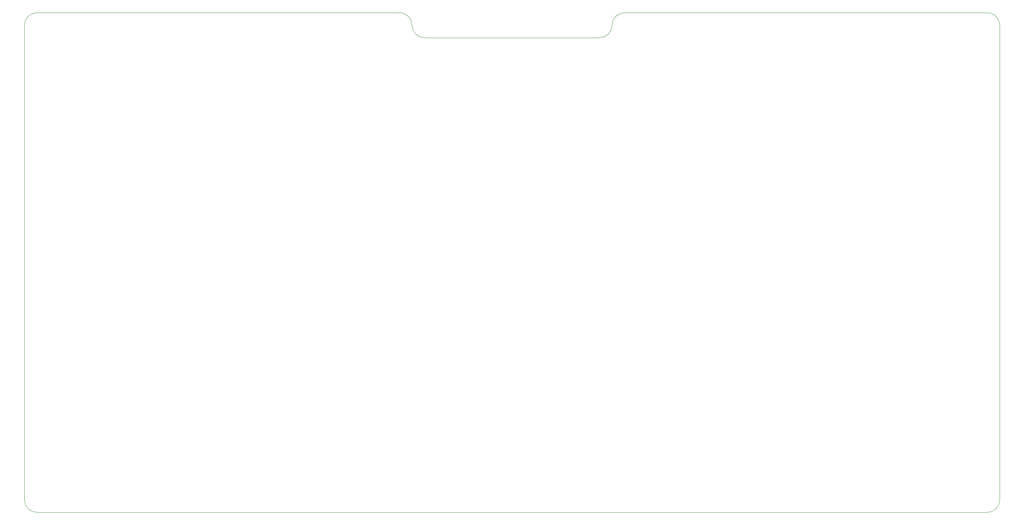
<source format=gm1>
G04 #@! TF.GenerationSoftware,KiCad,Pcbnew,(5.1.5)-3*
G04 #@! TF.CreationDate,2020-03-10T10:40:43+09:00*
G04 #@! TF.ProjectId,console64,636f6e73-6f6c-4653-9634-2e6b69636164,rev?*
G04 #@! TF.SameCoordinates,Original*
G04 #@! TF.FileFunction,Profile,NP*
%FSLAX46Y46*%
G04 Gerber Fmt 4.6, Leading zero omitted, Abs format (unit mm)*
G04 Created by KiCad (PCBNEW (5.1.5)-3) date 2020-03-10 10:40:43*
%MOMM*%
%LPD*%
G04 APERTURE LIST*
%ADD10C,0.050000*%
G04 APERTURE END LIST*
D10*
X174000000Y-30000000D02*
X261000000Y-30000000D01*
X126000000Y-36000000D02*
X168000000Y-36000000D01*
X171000000Y-33000000D02*
G75*
G02X168000000Y-36000000I-3000000J0D01*
G01*
X171000000Y-33000000D02*
G75*
G02X174000000Y-30000000I3000000J0D01*
G01*
X126000000Y-36000000D02*
G75*
G02X123000000Y-33000000I0J3000000D01*
G01*
X120000000Y-30000000D02*
G75*
G02X123000000Y-33000000I0J-3000000D01*
G01*
X33000000Y-30000000D02*
X120000000Y-30000000D01*
X30000000Y-33000000D02*
G75*
G02X33000000Y-30000000I3000000J0D01*
G01*
X30000000Y-147000000D02*
X30000000Y-33000000D01*
X33000000Y-150000000D02*
G75*
G02X30000000Y-147000000I0J3000000D01*
G01*
X261000000Y-150000000D02*
X33000000Y-150000000D01*
X264000000Y-147000000D02*
G75*
G02X261000000Y-150000000I-3000000J0D01*
G01*
X264000000Y-33000000D02*
X264000000Y-147000000D01*
X261000000Y-30000000D02*
G75*
G02X264000000Y-33000000I0J-3000000D01*
G01*
M02*

</source>
